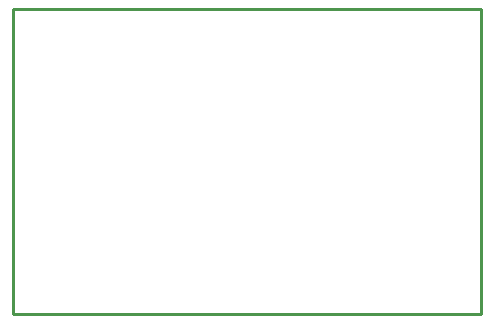
<source format=gm1>
%FSTAX25Y25*%
%MOIN*%
%SFA1B1*%

%IPPOS*%
%ADD24C,0.010000*%
%LNnano_rf_shied1_pcb1-1*%
%LPD*%
G54D24*
X01Y05D02*
X0255906D01*
Y0398425D02*
Y05D01*
X01Y0398425D02*
X0255906D01*
X01D02*
Y05D01*
M02*
</source>
